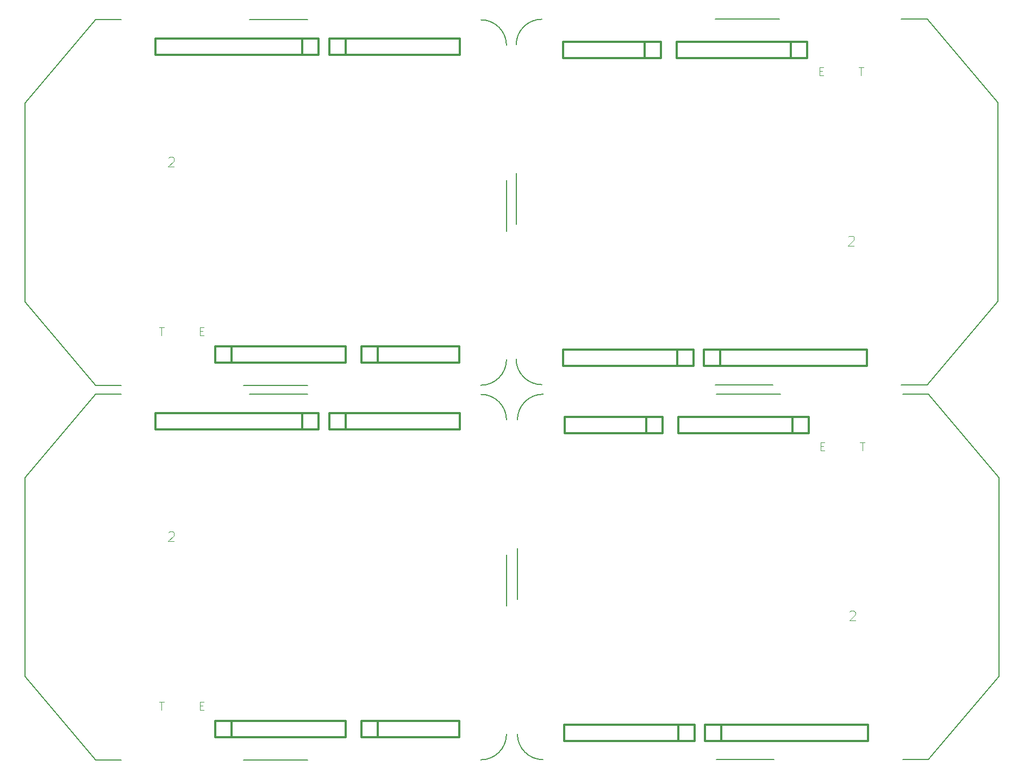
<source format=gbo>
G04 (created by PCBNEW (2013-07-07 BZR 4022)-stable) date 4/2/2015 4:19:38 PM*
%MOIN*%
G04 Gerber Fmt 3.4, Leading zero omitted, Abs format*
%FSLAX34Y34*%
G01*
G70*
G90*
G04 APERTURE LIST*
%ADD10C,0.00590551*%
%ADD11C,0.00787402*%
%ADD12C,0.012*%
%ADD13C,0.0035*%
G04 APERTURE END LIST*
G54D10*
G54D11*
X68251Y-15087D02*
X72188Y-15087D01*
X81243Y-15087D02*
X79668Y-15087D01*
X81243Y-37528D02*
X79668Y-37528D01*
X81243Y-15087D02*
X85574Y-20205D01*
X85574Y-21780D02*
X85574Y-20205D01*
X85574Y-25717D02*
X85574Y-21780D01*
X85574Y-32410D02*
X81243Y-37528D01*
X85574Y-32410D02*
X85574Y-25717D01*
X71794Y-37528D02*
X68251Y-37528D01*
X56046Y-27685D02*
X56046Y-24536D01*
X56046Y-35953D02*
G75*
G03X57621Y-37528I1574J0D01*
G74*
G01*
X57621Y-15087D02*
G75*
G03X56046Y-16662I0J-1574D01*
G74*
G01*
X43248Y-37562D02*
X39311Y-37562D01*
X30256Y-37562D02*
X31831Y-37562D01*
X30256Y-15121D02*
X31831Y-15121D01*
X30256Y-37562D02*
X25925Y-32444D01*
X25925Y-30869D02*
X25925Y-32444D01*
X25925Y-26932D02*
X25925Y-30869D01*
X25925Y-20239D02*
X30256Y-15121D01*
X25925Y-20239D02*
X25925Y-26932D01*
X39705Y-15121D02*
X43248Y-15121D01*
X55453Y-24964D02*
X55453Y-28113D01*
X55453Y-16696D02*
G75*
G03X53878Y-15121I-1574J0D01*
G74*
G01*
X53878Y-37562D02*
G75*
G03X55453Y-35987I0J1574D01*
G74*
G01*
X43248Y-60562D02*
X39311Y-60562D01*
X30256Y-60562D02*
X31831Y-60562D01*
X30256Y-38121D02*
X31831Y-38121D01*
X30256Y-60562D02*
X25925Y-55444D01*
X25925Y-53869D02*
X25925Y-55444D01*
X25925Y-49932D02*
X25925Y-53869D01*
X25925Y-43239D02*
X30256Y-38121D01*
X25925Y-43239D02*
X25925Y-49932D01*
X39705Y-38121D02*
X43248Y-38121D01*
X55453Y-47964D02*
X55453Y-51113D01*
X55453Y-39696D02*
G75*
G03X53878Y-38121I-1574J0D01*
G74*
G01*
X53878Y-60562D02*
G75*
G03X55453Y-58987I0J1574D01*
G74*
G01*
X68326Y-38112D02*
X72263Y-38112D01*
X81318Y-38112D02*
X79743Y-38112D01*
X81318Y-60553D02*
X79743Y-60553D01*
X81318Y-38112D02*
X85649Y-43230D01*
X85649Y-44805D02*
X85649Y-43230D01*
X85649Y-48742D02*
X85649Y-44805D01*
X85649Y-55435D02*
X81318Y-60553D01*
X85649Y-55435D02*
X85649Y-48742D01*
X71869Y-60553D02*
X68326Y-60553D01*
X56121Y-50710D02*
X56121Y-47561D01*
X56121Y-58978D02*
G75*
G03X57696Y-60553I1574J0D01*
G74*
G01*
X57696Y-38112D02*
G75*
G03X56121Y-39687I0J-1574D01*
G74*
G01*
G54D12*
X66918Y-35385D02*
X58918Y-35385D01*
X58918Y-35385D02*
X58918Y-36385D01*
X58918Y-36385D02*
X66918Y-36385D01*
X66918Y-36385D02*
X66918Y-35385D01*
X65918Y-36385D02*
X65918Y-35385D01*
X73906Y-16487D02*
X65906Y-16487D01*
X65906Y-16487D02*
X65906Y-17487D01*
X65906Y-17487D02*
X73906Y-17487D01*
X73906Y-17487D02*
X73906Y-16487D01*
X72906Y-17487D02*
X72906Y-16487D01*
X64933Y-17487D02*
X64933Y-16487D01*
X64933Y-16487D02*
X58933Y-16487D01*
X58933Y-16487D02*
X58933Y-17487D01*
X58933Y-17487D02*
X64933Y-17487D01*
X63933Y-17487D02*
X63933Y-16487D01*
X67563Y-35385D02*
X67563Y-36385D01*
X67563Y-36385D02*
X77563Y-36385D01*
X77563Y-36385D02*
X77563Y-35385D01*
X77563Y-35385D02*
X67563Y-35385D01*
X68563Y-35385D02*
X68563Y-36385D01*
X44581Y-17264D02*
X52581Y-17264D01*
X52581Y-17264D02*
X52581Y-16264D01*
X52581Y-16264D02*
X44581Y-16264D01*
X44581Y-16264D02*
X44581Y-17264D01*
X45581Y-16264D02*
X45581Y-17264D01*
X37593Y-36162D02*
X45593Y-36162D01*
X45593Y-36162D02*
X45593Y-35162D01*
X45593Y-35162D02*
X37593Y-35162D01*
X37593Y-35162D02*
X37593Y-36162D01*
X38593Y-35162D02*
X38593Y-36162D01*
X46566Y-35162D02*
X46566Y-36162D01*
X46566Y-36162D02*
X52566Y-36162D01*
X52566Y-36162D02*
X52566Y-35162D01*
X52566Y-35162D02*
X46566Y-35162D01*
X47566Y-35162D02*
X47566Y-36162D01*
X43936Y-17264D02*
X43936Y-16264D01*
X43936Y-16264D02*
X33936Y-16264D01*
X33936Y-16264D02*
X33936Y-17264D01*
X33936Y-17264D02*
X43936Y-17264D01*
X42936Y-17264D02*
X42936Y-16264D01*
X44581Y-40264D02*
X52581Y-40264D01*
X52581Y-40264D02*
X52581Y-39264D01*
X52581Y-39264D02*
X44581Y-39264D01*
X44581Y-39264D02*
X44581Y-40264D01*
X45581Y-39264D02*
X45581Y-40264D01*
X37593Y-59162D02*
X45593Y-59162D01*
X45593Y-59162D02*
X45593Y-58162D01*
X45593Y-58162D02*
X37593Y-58162D01*
X37593Y-58162D02*
X37593Y-59162D01*
X38593Y-58162D02*
X38593Y-59162D01*
X46566Y-58162D02*
X46566Y-59162D01*
X46566Y-59162D02*
X52566Y-59162D01*
X52566Y-59162D02*
X52566Y-58162D01*
X52566Y-58162D02*
X46566Y-58162D01*
X47566Y-58162D02*
X47566Y-59162D01*
X43936Y-40264D02*
X43936Y-39264D01*
X43936Y-39264D02*
X33936Y-39264D01*
X33936Y-39264D02*
X33936Y-40264D01*
X33936Y-40264D02*
X43936Y-40264D01*
X42936Y-40264D02*
X42936Y-39264D01*
X66993Y-58410D02*
X58993Y-58410D01*
X58993Y-58410D02*
X58993Y-59410D01*
X58993Y-59410D02*
X66993Y-59410D01*
X66993Y-59410D02*
X66993Y-58410D01*
X65993Y-59410D02*
X65993Y-58410D01*
X73981Y-39512D02*
X65981Y-39512D01*
X65981Y-39512D02*
X65981Y-40512D01*
X65981Y-40512D02*
X73981Y-40512D01*
X73981Y-40512D02*
X73981Y-39512D01*
X72981Y-40512D02*
X72981Y-39512D01*
X65008Y-40512D02*
X65008Y-39512D01*
X65008Y-39512D02*
X59008Y-39512D01*
X59008Y-39512D02*
X59008Y-40512D01*
X59008Y-40512D02*
X65008Y-40512D01*
X64008Y-40512D02*
X64008Y-39512D01*
X67638Y-58410D02*
X67638Y-59410D01*
X67638Y-59410D02*
X77638Y-59410D01*
X77638Y-59410D02*
X77638Y-58410D01*
X77638Y-58410D02*
X67638Y-58410D01*
X68638Y-58410D02*
X68638Y-59410D01*
G54D13*
X74642Y-18290D02*
X74809Y-18290D01*
X74880Y-18552D02*
X74642Y-18552D01*
X74642Y-18052D01*
X74880Y-18052D01*
X77057Y-18052D02*
X77342Y-18052D01*
X77200Y-18552D02*
X77200Y-18052D01*
X76428Y-28450D02*
X76457Y-28421D01*
X76514Y-28392D01*
X76657Y-28392D01*
X76714Y-28421D01*
X76742Y-28450D01*
X76771Y-28507D01*
X76771Y-28564D01*
X76742Y-28650D01*
X76400Y-28992D01*
X76771Y-28992D01*
X36642Y-34240D02*
X36809Y-34240D01*
X36880Y-34502D02*
X36642Y-34502D01*
X36642Y-34002D01*
X36880Y-34002D01*
X34157Y-34002D02*
X34442Y-34002D01*
X34300Y-34502D02*
X34300Y-34002D01*
X34728Y-23600D02*
X34757Y-23571D01*
X34814Y-23542D01*
X34957Y-23542D01*
X35014Y-23571D01*
X35042Y-23600D01*
X35071Y-23657D01*
X35071Y-23714D01*
X35042Y-23800D01*
X34700Y-24142D01*
X35071Y-24142D01*
X36642Y-57240D02*
X36809Y-57240D01*
X36880Y-57502D02*
X36642Y-57502D01*
X36642Y-57002D01*
X36880Y-57002D01*
X34157Y-57002D02*
X34442Y-57002D01*
X34300Y-57502D02*
X34300Y-57002D01*
X34728Y-46600D02*
X34757Y-46571D01*
X34814Y-46542D01*
X34957Y-46542D01*
X35014Y-46571D01*
X35042Y-46600D01*
X35071Y-46657D01*
X35071Y-46714D01*
X35042Y-46800D01*
X34700Y-47142D01*
X35071Y-47142D01*
X74717Y-41315D02*
X74884Y-41315D01*
X74955Y-41577D02*
X74717Y-41577D01*
X74717Y-41077D01*
X74955Y-41077D01*
X77132Y-41077D02*
X77417Y-41077D01*
X77275Y-41577D02*
X77275Y-41077D01*
X76503Y-51475D02*
X76532Y-51446D01*
X76589Y-51417D01*
X76732Y-51417D01*
X76789Y-51446D01*
X76817Y-51475D01*
X76846Y-51532D01*
X76846Y-51589D01*
X76817Y-51675D01*
X76475Y-52017D01*
X76846Y-52017D01*
M02*

</source>
